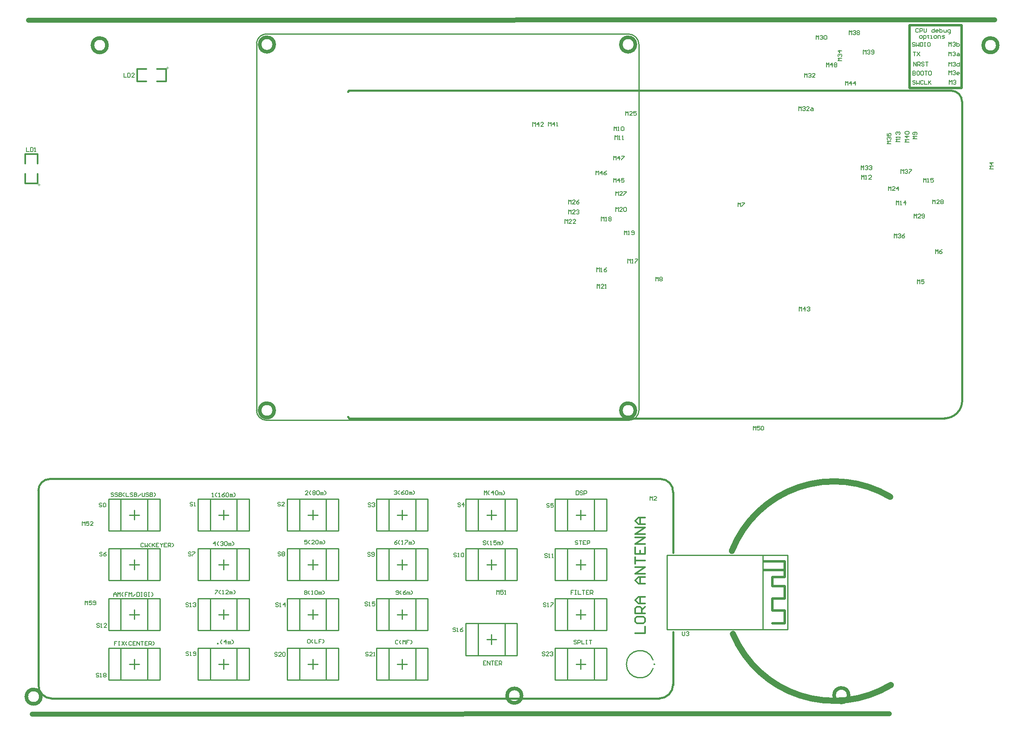
<source format=gto>
G04*
G04 #@! TF.GenerationSoftware,Altium Limited,Altium Designer,20.1.8 (145)*
G04*
G04 Layer_Color=52428*
%FSAX24Y24*%
%MOIN*%
G70*
G04*
G04 #@! TF.SameCoordinates,7D9F505B-2EBF-4E8E-82AC-92A1240CC430*
G04*
G04*
G04 #@! TF.FilePolarity,Positive*
G04*
G01*
G75*
%ADD10C,0.0315*%
%ADD11C,0.0100*%
%ADD12C,0.0500*%
%ADD13C,0.0150*%
%ADD14C,0.0098*%
%ADD15C,0.0200*%
%ADD16C,0.0040*%
%ADD17C,0.0120*%
%ADD18C,0.0394*%
%ADD19C,0.0080*%
%ADD20C,0.0140*%
D10*
X016707Y064685D02*
G03*
X016707Y064685I-000585J000000D01*
G01*
X088557D02*
G03*
X088557Y064685I-000585J000000D01*
G01*
X076529Y012238D02*
G03*
X076529Y012238I-000585J000000D01*
G01*
X050152Y012195D02*
G03*
X050152Y012195I-000585J000000D01*
G01*
X011372Y012116D02*
G03*
X011372Y012116I-000585J000000D01*
G01*
X059329Y035217D02*
G03*
X059329Y035217I-000585J000000D01*
G01*
X030194D02*
G03*
X030194Y035217I-000585J000000D01*
G01*
X059329Y064744D02*
G03*
X059329Y064744I-000585J000000D01*
G01*
X030194D02*
G03*
X030194Y064744I-000585J000000D01*
G01*
D11*
X028770Y035226D02*
G03*
X029567Y034419I000802J-000005D01*
G01*
X029675Y065591D02*
G03*
X028770Y064872I-000093J-000812D01*
G01*
X059616Y064754D02*
G03*
X058750Y065591I-000851J-000015D01*
G01*
X058809Y034419D02*
G03*
X059616Y035236I-000005J000812D01*
G01*
X060754Y015083D02*
G03*
X060754Y014386I-001046J-000349D01*
G01*
X029567Y034419D02*
X058809D01*
X029675Y065591D02*
X058750D01*
X059616Y035236D02*
Y064754D01*
X028770Y035226D02*
Y064872D01*
X071618Y017531D02*
Y023531D01*
X070709D02*
X071618D01*
X070296Y017531D02*
X071618D01*
X069609Y023531D02*
X069609Y017531D01*
X061869D02*
X069432D01*
X062469Y023531D02*
X068918D01*
X069432Y017531D02*
X070296D01*
X068918Y023531D02*
X070709D01*
X061869D02*
X062469D01*
X061869Y017531D02*
Y023531D01*
X019983Y025500D02*
Y028050D01*
X017823Y025510D02*
Y028060D01*
X018508Y026781D02*
X019295D01*
X018902Y026387D02*
Y027175D01*
X016833Y028070D02*
X020973D01*
X016833Y025500D02*
Y028070D01*
Y025500D02*
X020973D01*
Y028070D01*
X019983Y021487D02*
Y024037D01*
X017823Y021497D02*
Y024047D01*
X018508Y022768D02*
X019295D01*
X018902Y022374D02*
Y023161D01*
X016833Y024057D02*
X020973D01*
X016833Y021487D02*
Y024057D01*
Y021487D02*
X020973D01*
Y024057D01*
X019983Y017467D02*
Y020017D01*
X017823Y017477D02*
Y020027D01*
X018508Y018748D02*
X019295D01*
X018902Y018354D02*
Y019142D01*
X016833Y020037D02*
X020973D01*
X016833Y017467D02*
Y020037D01*
Y017467D02*
X020973D01*
Y020037D01*
X019983Y013457D02*
Y016007D01*
X017823Y013467D02*
Y016017D01*
X018508Y014738D02*
X019295D01*
X018902Y014344D02*
Y015132D01*
X016833Y016027D02*
X020973D01*
X016833Y013457D02*
Y016027D01*
Y013457D02*
X020973D01*
Y016027D01*
X027190Y025500D02*
Y028050D01*
X025030Y025510D02*
Y028060D01*
X025715Y026781D02*
X026502D01*
X026108Y026387D02*
Y027175D01*
X024040Y028070D02*
X028180D01*
X024040Y025500D02*
Y028070D01*
Y025500D02*
X028180D01*
Y028070D01*
X027190Y021487D02*
Y024037D01*
X025030Y021497D02*
Y024047D01*
X025715Y022768D02*
X026502D01*
X026108Y022374D02*
Y023161D01*
X024040Y024057D02*
X028180D01*
X024040Y021487D02*
Y024057D01*
Y021487D02*
X028180D01*
Y024057D01*
X027190Y017467D02*
Y020017D01*
X025030Y017477D02*
Y020027D01*
X025715Y018748D02*
X026502D01*
X026108Y018354D02*
Y019142D01*
X024040Y020037D02*
X028180D01*
X024040Y017467D02*
Y020037D01*
Y017467D02*
X028180D01*
Y020037D01*
X027190Y013457D02*
Y016007D01*
X025030Y013467D02*
Y016017D01*
X025715Y014738D02*
X026502D01*
X026108Y014344D02*
Y015132D01*
X024040Y016027D02*
X028180D01*
X024040Y013457D02*
Y016027D01*
Y013457D02*
X028180D01*
Y016027D01*
X034394Y025500D02*
Y028050D01*
X032234Y025510D02*
Y028060D01*
X032919Y026781D02*
X033707D01*
X033313Y026387D02*
Y027175D01*
X031244Y028070D02*
X035384D01*
X031244Y025500D02*
Y028070D01*
Y025500D02*
X035384D01*
Y028070D01*
X041599Y025500D02*
Y028050D01*
X039439Y025510D02*
Y028060D01*
X040124Y026781D02*
X040911D01*
X040518Y026387D02*
Y027175D01*
X038449Y028070D02*
X042589D01*
X038449Y025500D02*
Y028070D01*
Y025500D02*
X042589D01*
Y028070D01*
X048804Y025500D02*
Y028050D01*
X046644Y025510D02*
Y028060D01*
X047329Y026781D02*
X048116D01*
X047722Y026387D02*
Y027175D01*
X045654Y028070D02*
X049794D01*
X045654Y025500D02*
Y028070D01*
Y025500D02*
X049794D01*
Y028070D01*
X056009Y025500D02*
Y028050D01*
X053849Y025510D02*
Y028060D01*
X054533Y026781D02*
X055321D01*
X054927Y026387D02*
Y027175D01*
X052859Y028070D02*
X056999D01*
X052859Y025500D02*
Y028070D01*
Y025500D02*
X056999D01*
Y028070D01*
X034394Y021487D02*
Y024037D01*
X032234Y021497D02*
Y024047D01*
X032919Y022768D02*
X033707D01*
X033313Y022374D02*
Y023161D01*
X031244Y024057D02*
X035384D01*
X031244Y021487D02*
Y024057D01*
Y021487D02*
X035384D01*
Y024057D01*
X041599Y021487D02*
Y024037D01*
X039439Y021497D02*
Y024047D01*
X040124Y022768D02*
X040911D01*
X040518Y022374D02*
Y023161D01*
X038449Y024057D02*
X042589D01*
X038449Y021487D02*
Y024057D01*
Y021487D02*
X042589D01*
Y024057D01*
X048804Y021487D02*
Y024037D01*
X046644Y021497D02*
Y024047D01*
X047329Y022768D02*
X048116D01*
X047722Y022374D02*
Y023161D01*
X045654Y024057D02*
X049794D01*
X045654Y021487D02*
Y024057D01*
Y021487D02*
X049794D01*
Y024057D01*
X056009Y021487D02*
Y024037D01*
X053849Y021497D02*
Y024047D01*
X054533Y022768D02*
X055321D01*
X054927Y022374D02*
Y023161D01*
X052859Y024057D02*
X056999D01*
X052859Y021487D02*
Y024057D01*
Y021487D02*
X056999D01*
Y024057D01*
X034394Y017467D02*
Y020017D01*
X032234Y017477D02*
Y020027D01*
X032919Y018748D02*
X033707D01*
X033313Y018354D02*
Y019142D01*
X031244Y020037D02*
X035384D01*
X031244Y017467D02*
Y020037D01*
Y017467D02*
X035384D01*
Y020037D01*
X041599Y017467D02*
Y020017D01*
X039439Y017477D02*
Y020027D01*
X040124Y018748D02*
X040911D01*
X040518Y018354D02*
Y019142D01*
X038449Y020037D02*
X042589D01*
X038449Y017467D02*
Y020037D01*
Y017467D02*
X042589D01*
Y020037D01*
X048804Y015451D02*
Y018001D01*
X046644Y015461D02*
Y018011D01*
X047329Y016732D02*
X048116D01*
X047722Y016339D02*
Y017126D01*
X045654Y018021D02*
X049794D01*
X045654Y015451D02*
Y018021D01*
Y015451D02*
X049794D01*
Y018021D01*
X056009Y017467D02*
Y020017D01*
X053849Y017477D02*
Y020027D01*
X054533Y018748D02*
X055321D01*
X054927Y018354D02*
Y019142D01*
X052859Y020037D02*
X056999D01*
X052859Y017467D02*
Y020037D01*
Y017467D02*
X056999D01*
Y020037D01*
X034394Y013457D02*
Y016007D01*
X032234Y013467D02*
Y016017D01*
X032919Y014738D02*
X033707D01*
X033313Y014344D02*
Y015132D01*
X031244Y016027D02*
X035384D01*
X031244Y013457D02*
Y016027D01*
Y013457D02*
X035384D01*
Y016027D01*
X041599Y013457D02*
Y016007D01*
X039439Y013467D02*
Y016017D01*
X040124Y014738D02*
X040911D01*
X040518Y014344D02*
Y015132D01*
X038449Y016027D02*
X042589D01*
X038449Y013457D02*
Y016027D01*
Y013457D02*
X042589D01*
Y016027D01*
X056009Y013457D02*
Y016007D01*
X053849Y013467D02*
Y016017D01*
X054533Y014738D02*
X055321D01*
X054927Y014344D02*
Y015132D01*
X052859Y016027D02*
X056999D01*
X052859Y013457D02*
Y016027D01*
Y013457D02*
X056999D01*
Y016027D01*
D12*
X067200Y017180D02*
G03*
X079933Y013056I008155J003460D01*
G01*
X079887Y028241D02*
G03*
X067114Y023879I-004533J-007611D01*
G01*
D13*
X084282Y034577D02*
G03*
X085690Y036024I-000019J001428D01*
G01*
X085679Y060118D02*
G03*
X084813Y061020I-000884J000018D01*
G01*
X011181Y013081D02*
G03*
X012244Y011967I001063J-000049D01*
G01*
X012106Y029681D02*
G03*
X011170Y028745I000000J-000936D01*
G01*
X062367Y028591D02*
G03*
X061358Y029682I-001003J000084D01*
G01*
X061238Y011966D02*
G03*
X062369Y013097I000000J001131D01*
G01*
Y013071D02*
Y017333D01*
X036247Y034580D02*
X084275D01*
X036130Y034697D02*
X036247Y034580D01*
X036215Y061020D02*
X084795D01*
X036130Y060935D02*
X036215Y061020D01*
X085690Y035995D02*
Y060136D01*
X012244Y011968D02*
X061238Y011968D01*
X012106Y029685D02*
X061363D01*
X011171Y013081D02*
X011171Y028760D01*
X062369Y023720D02*
Y028593D01*
D14*
X060887Y014734D02*
G03*
X060887Y014734I-000029J000000D01*
G01*
D15*
X081441Y061226D02*
X085652D01*
X085652Y066299D01*
X081441Y061226D02*
Y066299D01*
X085652D01*
X069668Y022331D02*
X071368D01*
X070368Y021781D02*
X071368D01*
X070368Y021031D02*
X071368D01*
X070368Y020031D02*
X071368D01*
X070368Y019081D02*
X071368D01*
X070368Y018031D02*
X071368D01*
Y021781D02*
Y023031D01*
Y018581D02*
Y019081D01*
Y018031D02*
Y018781D01*
X069668Y023031D02*
X071368D01*
X070368Y019081D02*
Y020031D01*
X071368D02*
Y021031D01*
X070368D02*
Y021781D01*
D16*
X011212Y053327D02*
Y053527D01*
X011112Y053427D02*
X011312D01*
X021593Y062766D02*
Y062966D01*
X021493Y062866D02*
X021693D01*
D17*
X010110Y053535D02*
X011104D01*
X010110D02*
Y054285D01*
X011110Y053535D02*
Y054285D01*
Y055135D02*
Y055885D01*
X010110Y055135D02*
Y055885D01*
X011110D01*
X019134Y061764D02*
Y062764D01*
Y061764D02*
X019884D01*
X019134Y062764D02*
X019884D01*
X020734D02*
X021484D01*
X020734Y061764D02*
X021484D01*
Y062757D01*
D18*
X010364Y066703D02*
X088300Y066732D01*
X010669Y010709D02*
X079803Y010728D01*
D19*
X081711Y062589D02*
Y062269D01*
X081871D01*
X081924Y062322D01*
Y062375D01*
X081871Y062429D01*
X081711D01*
X081871D01*
X081924Y062482D01*
Y062535D01*
X081871Y062589D01*
X081711D01*
X082191D02*
X082084D01*
X082031Y062535D01*
Y062322D01*
X082084Y062269D01*
X082191D01*
X082244Y062322D01*
Y062535D01*
X082191Y062589D01*
X082511D02*
X082404D01*
X082351Y062535D01*
Y062322D01*
X082404Y062269D01*
X082511D01*
X082564Y062322D01*
Y062535D01*
X082511Y062589D01*
X082671D02*
X082884D01*
X082777D01*
Y062269D01*
X082991Y062535D02*
X083044Y062589D01*
X083151D01*
X083204Y062535D01*
Y062322D01*
X083151Y062269D01*
X083044D01*
X082991Y062322D01*
Y062535D01*
X081770Y063009D02*
Y063329D01*
X081983Y063009D01*
Y063329D01*
X082090Y063009D02*
Y063329D01*
X082250D01*
X082303Y063276D01*
Y063169D01*
X082250Y063116D01*
X082090D01*
X082196D02*
X082303Y063009D01*
X082623Y063276D02*
X082570Y063329D01*
X082463D01*
X082410Y063276D01*
Y063223D01*
X082463Y063169D01*
X082570D01*
X082623Y063116D01*
Y063063D01*
X082570Y063009D01*
X082463D01*
X082410Y063063D01*
X082730Y063329D02*
X082943D01*
X082836D01*
Y063009D01*
X081910Y061798D02*
X081857Y061851D01*
X081751D01*
X081697Y061798D01*
Y061745D01*
X081751Y061691D01*
X081857D01*
X081910Y061638D01*
Y061585D01*
X081857Y061531D01*
X081751D01*
X081697Y061585D01*
X082017Y061851D02*
Y061531D01*
X082124Y061638D01*
X082230Y061531D01*
Y061851D01*
X082550Y061798D02*
X082497Y061851D01*
X082390D01*
X082337Y061798D01*
Y061585D01*
X082390Y061531D01*
X082497D01*
X082550Y061585D01*
X082657Y061851D02*
Y061531D01*
X082870D01*
X082977Y061851D02*
Y061531D01*
Y061638D01*
X083190Y061851D01*
X083030Y061691D01*
X083190Y061531D01*
X081886Y064858D02*
X081833Y064911D01*
X081726D01*
X081673Y064858D01*
Y064805D01*
X081726Y064751D01*
X081833D01*
X081886Y064698D01*
Y064645D01*
X081833Y064591D01*
X081726D01*
X081673Y064645D01*
X081993Y064911D02*
Y064591D01*
X082100Y064698D01*
X082206Y064591D01*
Y064911D01*
X082313D02*
Y064591D01*
X082473D01*
X082526Y064645D01*
Y064858D01*
X082473Y064911D01*
X082313D01*
X082633D02*
X082739D01*
X082686D01*
Y064591D01*
X082633D01*
X082739D01*
X083059Y064911D02*
X082953D01*
X082899Y064858D01*
Y064645D01*
X082953Y064591D01*
X083059D01*
X083113Y064645D01*
Y064858D01*
X083059Y064911D01*
X081735Y064146D02*
X081949D01*
X081842D01*
Y063826D01*
X082055Y064146D02*
X082268Y063826D01*
Y064146D02*
X082055Y063826D01*
X082307Y065246D02*
X082414D01*
X082467Y065299D01*
Y065406D01*
X082414Y065459D01*
X082307D01*
X082254Y065406D01*
Y065299D01*
X082307Y065246D01*
X082574Y065139D02*
Y065459D01*
X082734D01*
X082787Y065406D01*
Y065299D01*
X082734Y065246D01*
X082574D01*
X082947Y065513D02*
Y065459D01*
X082894D01*
X083000D01*
X082947D01*
Y065299D01*
X083000Y065246D01*
X083160D02*
X083267D01*
X083214D01*
Y065459D01*
X083160D01*
X083480Y065246D02*
X083587D01*
X083640Y065299D01*
Y065406D01*
X083587Y065459D01*
X083480D01*
X083427Y065406D01*
Y065299D01*
X083480Y065246D01*
X083747D02*
Y065459D01*
X083907D01*
X083960Y065406D01*
Y065246D01*
X084067D02*
X084227D01*
X084280Y065299D01*
X084227Y065353D01*
X084120D01*
X084067Y065406D01*
X084120Y065459D01*
X084280D01*
X082172Y065985D02*
X082119Y066038D01*
X082012D01*
X081959Y065985D01*
Y065772D01*
X082012Y065718D01*
X082119D01*
X082172Y065772D01*
X082279Y065718D02*
Y066038D01*
X082439D01*
X082492Y065985D01*
Y065878D01*
X082439Y065825D01*
X082279D01*
X082598Y066038D02*
Y065772D01*
X082652Y065718D01*
X082758D01*
X082812Y065772D01*
Y066038D01*
X083452D02*
Y065718D01*
X083292D01*
X083238Y065772D01*
Y065878D01*
X083292Y065932D01*
X083452D01*
X083718Y065718D02*
X083611D01*
X083558Y065772D01*
Y065878D01*
X083611Y065932D01*
X083718D01*
X083771Y065878D01*
Y065825D01*
X083558D01*
X083878Y066038D02*
Y065718D01*
X084038D01*
X084091Y065772D01*
Y065825D01*
Y065878D01*
X084038Y065932D01*
X083878D01*
X084198D02*
Y065772D01*
X084251Y065718D01*
X084411D01*
Y065932D01*
X084624Y065612D02*
X084678D01*
X084731Y065665D01*
Y065932D01*
X084571D01*
X084518Y065878D01*
Y065772D01*
X084571Y065718D01*
X084731D01*
X025190Y028240D02*
X025297D01*
X025243D01*
Y028560D01*
X025190Y028507D01*
X025563Y028240D02*
X025457Y028347D01*
Y028453D01*
X025563Y028560D01*
X025723Y028240D02*
X025830D01*
X025776D01*
Y028560D01*
X025723Y028507D01*
X026203Y028560D02*
X026096Y028507D01*
X025990Y028400D01*
Y028293D01*
X026043Y028240D01*
X026150D01*
X026203Y028293D01*
Y028347D01*
X026150Y028400D01*
X025990D01*
X026310Y028507D02*
X026363Y028560D01*
X026470D01*
X026523Y028507D01*
Y028293D01*
X026470Y028240D01*
X026363D01*
X026310Y028293D01*
Y028507D01*
X026630Y028240D02*
Y028453D01*
X026683D01*
X026736Y028400D01*
Y028240D01*
Y028400D01*
X026789Y028453D01*
X026843Y028400D01*
Y028240D01*
X026949D02*
X027056Y028347D01*
Y028453D01*
X026949Y028560D01*
X014723Y025926D02*
Y026245D01*
X014830Y026139D01*
X014937Y026245D01*
Y025926D01*
X015256Y026245D02*
X015043D01*
Y026085D01*
X015150Y026139D01*
X015203D01*
X015256Y026085D01*
Y025979D01*
X015203Y025926D01*
X015097D01*
X015043Y025979D01*
X015576Y025926D02*
X015363D01*
X015576Y026139D01*
Y026192D01*
X015523Y026245D01*
X015416D01*
X015363Y026192D01*
X081399Y056870D02*
X081079D01*
X081185Y056976D01*
X081079Y057083D01*
X081399D01*
Y057350D02*
X081079D01*
X081239Y057190D01*
Y057403D01*
X081132Y057510D02*
X081079Y057563D01*
Y057669D01*
X081132Y057723D01*
X081345D01*
X081399Y057669D01*
Y057563D01*
X081345Y057510D01*
X081132D01*
X084619Y062304D02*
Y062624D01*
X084726Y062517D01*
X084832Y062624D01*
Y062304D01*
X084939Y062570D02*
X084992Y062624D01*
X085099D01*
X085152Y062570D01*
Y062517D01*
X085099Y062464D01*
X085046D01*
X085099D01*
X085152Y062410D01*
Y062357D01*
X085099Y062304D01*
X084992D01*
X084939Y062357D01*
X085419Y062304D02*
X085312D01*
X085259Y062357D01*
Y062464D01*
X085312Y062517D01*
X085419D01*
X085472Y062464D01*
Y062410D01*
X085259D01*
X084620Y062994D02*
Y063314D01*
X084727Y063208D01*
X084834Y063314D01*
Y062994D01*
X084940Y063261D02*
X084994Y063314D01*
X085100D01*
X085154Y063261D01*
Y063208D01*
X085100Y063154D01*
X085047D01*
X085100D01*
X085154Y063101D01*
Y063048D01*
X085100Y062994D01*
X084994D01*
X084940Y063048D01*
X085473Y063314D02*
Y062994D01*
X085314D01*
X085260Y063048D01*
Y063154D01*
X085314Y063208D01*
X085473D01*
X084653Y061536D02*
Y061856D01*
X084759Y061749D01*
X084866Y061856D01*
Y061536D01*
X084973Y061802D02*
X085026Y061856D01*
X085133D01*
X085186Y061802D01*
Y061749D01*
X085133Y061696D01*
X085079D01*
X085133D01*
X085186Y061642D01*
Y061589D01*
X085133Y061536D01*
X085026D01*
X084973Y061589D01*
X084612Y064599D02*
Y064919D01*
X084719Y064812D01*
X084826Y064919D01*
Y064599D01*
X084932Y064866D02*
X084986Y064919D01*
X085092D01*
X085146Y064866D01*
Y064812D01*
X085092Y064759D01*
X085039D01*
X085092D01*
X085146Y064706D01*
Y064652D01*
X085092Y064599D01*
X084986D01*
X084932Y064652D01*
X085252Y064919D02*
Y064599D01*
X085412D01*
X085465Y064652D01*
Y064706D01*
Y064759D01*
X085412Y064812D01*
X085252D01*
X084611Y063831D02*
Y064151D01*
X084717Y064045D01*
X084824Y064151D01*
Y063831D01*
X084930Y064098D02*
X084984Y064151D01*
X085090D01*
X085144Y064098D01*
Y064045D01*
X085090Y063991D01*
X085037D01*
X085090D01*
X085144Y063938D01*
Y063885D01*
X085090Y063831D01*
X084984D01*
X084930Y063885D01*
X085304Y064045D02*
X085410D01*
X085464Y063991D01*
Y063831D01*
X085304D01*
X085250Y063885D01*
X085304Y063938D01*
X085464D01*
X014943Y019529D02*
Y019848D01*
X015049Y019742D01*
X015156Y019848D01*
Y019529D01*
X015476Y019848D02*
X015263D01*
Y019689D01*
X015369Y019742D01*
X015422D01*
X015476Y019689D01*
Y019582D01*
X015422Y019529D01*
X015316D01*
X015263Y019582D01*
X015582D02*
X015636Y019529D01*
X015742D01*
X015796Y019582D01*
Y019795D01*
X015742Y019848D01*
X015636D01*
X015582Y019795D01*
Y019742D01*
X015636Y019689D01*
X015796D01*
X057574Y055421D02*
Y055741D01*
X057681Y055634D01*
X057788Y055741D01*
Y055421D01*
X058054D02*
Y055741D01*
X057894Y055581D01*
X058108D01*
X058214Y055741D02*
X058428D01*
Y055687D01*
X058214Y055474D01*
Y055421D01*
X056149Y054220D02*
Y054540D01*
X056255Y054433D01*
X056362Y054540D01*
Y054220D01*
X056629D02*
Y054540D01*
X056469Y054380D01*
X056682D01*
X057002Y054540D02*
X056895Y054487D01*
X056789Y054380D01*
Y054273D01*
X056842Y054220D01*
X056949D01*
X057002Y054273D01*
Y054327D01*
X056949Y054380D01*
X056789D01*
X057565Y053618D02*
Y053938D01*
X057672Y053831D01*
X057779Y053938D01*
Y053618D01*
X058045D02*
Y053938D01*
X057885Y053778D01*
X058098D01*
X058418Y053938D02*
X058205D01*
Y053778D01*
X058312Y053831D01*
X058365D01*
X058418Y053778D01*
Y053671D01*
X058365Y053618D01*
X058258D01*
X058205Y053671D01*
X068828Y033631D02*
Y033951D01*
X068934Y033844D01*
X069041Y033951D01*
Y033631D01*
X069361Y033951D02*
X069147D01*
Y033791D01*
X069254Y033844D01*
X069307D01*
X069361Y033791D01*
Y033684D01*
X069307Y033631D01*
X069201D01*
X069147Y033684D01*
X069467Y033898D02*
X069521Y033951D01*
X069627D01*
X069681Y033898D01*
Y033684D01*
X069627Y033631D01*
X069521D01*
X069467Y033684D01*
Y033898D01*
X051060Y058147D02*
Y058467D01*
X051166Y058360D01*
X051273Y058467D01*
Y058147D01*
X051540D02*
Y058467D01*
X051380Y058307D01*
X051593D01*
X051913Y058147D02*
X051699D01*
X051913Y058360D01*
Y058414D01*
X051859Y058467D01*
X051753D01*
X051699Y058414D01*
X052324Y058157D02*
Y058477D01*
X052430Y058370D01*
X052537Y058477D01*
Y058157D01*
X052803D02*
Y058477D01*
X052644Y058317D01*
X052857D01*
X052963Y058157D02*
X053070D01*
X053017D01*
Y058477D01*
X052963Y058424D01*
X076265Y061452D02*
Y061772D01*
X076372Y061666D01*
X076478Y061772D01*
Y061452D01*
X076745D02*
Y061772D01*
X076585Y061612D01*
X076798D01*
X077065Y061452D02*
Y061772D01*
X076905Y061612D01*
X077118D01*
X081802Y050736D02*
Y051056D01*
X081909Y050949D01*
X082015Y051056D01*
Y050736D01*
X082335D02*
X082122D01*
X082335Y050949D01*
Y051003D01*
X082282Y051056D01*
X082175D01*
X082122Y051003D01*
X082442Y050790D02*
X082495Y050736D01*
X082602D01*
X082655Y050790D01*
Y051003D01*
X082602Y051056D01*
X082495D01*
X082442Y051003D01*
Y050949D01*
X082495Y050896D01*
X082655D01*
X083314Y051887D02*
Y052207D01*
X083420Y052101D01*
X083527Y052207D01*
Y051887D01*
X083847D02*
X083634D01*
X083847Y052101D01*
Y052154D01*
X083793Y052207D01*
X083687D01*
X083634Y052154D01*
X083953D02*
X084007Y052207D01*
X084113D01*
X084167Y052154D01*
Y052101D01*
X084113Y052047D01*
X084167Y051994D01*
Y051941D01*
X084113Y051887D01*
X084007D01*
X083953Y051941D01*
Y051994D01*
X084007Y052047D01*
X083953Y052101D01*
Y052154D01*
X084007Y052047D02*
X084113D01*
X079740Y052956D02*
Y053276D01*
X079846Y053169D01*
X079953Y053276D01*
Y052956D01*
X080273D02*
X080059D01*
X080273Y053169D01*
Y053223D01*
X080219Y053276D01*
X080113D01*
X080059Y053223D01*
X080539Y052956D02*
Y053276D01*
X080379Y053116D01*
X080593D01*
X060495Y027954D02*
Y028274D01*
X060601Y028168D01*
X060708Y028274D01*
Y027954D01*
X061028D02*
X060815D01*
X061028Y028168D01*
Y028221D01*
X060975Y028274D01*
X060868D01*
X060815Y028221D01*
X010217Y056430D02*
Y056110D01*
X010431D01*
X010537Y056430D02*
Y056110D01*
X010697D01*
X010750Y056163D01*
Y056376D01*
X010697Y056430D01*
X010537D01*
X010857Y056110D02*
X010964D01*
X010910D01*
Y056430D01*
X010857Y056376D01*
X063109Y017370D02*
Y017103D01*
X063163Y017050D01*
X063269D01*
X063323Y017103D01*
Y017370D01*
X063429Y017317D02*
X063483Y017370D01*
X063589D01*
X063643Y017317D01*
Y017263D01*
X063589Y017210D01*
X063536D01*
X063589D01*
X063643Y017157D01*
Y017103D01*
X063589Y017050D01*
X063483D01*
X063429Y017103D01*
X082573Y053629D02*
Y053949D01*
X082679Y053843D01*
X082786Y053949D01*
Y053629D01*
X082892D02*
X082999D01*
X082946D01*
Y053949D01*
X082892Y053896D01*
X083372Y053949D02*
X083159D01*
Y053789D01*
X083266Y053843D01*
X083319D01*
X083372Y053789D01*
Y053683D01*
X083319Y053629D01*
X083212D01*
X083159Y053683D01*
X058542Y059028D02*
Y059348D01*
X058649Y059242D01*
X058756Y059348D01*
Y059028D01*
X059075D02*
X058862D01*
X059075Y059242D01*
Y059295D01*
X059022Y059348D01*
X058916D01*
X058862Y059295D01*
X059395Y059348D02*
X059182D01*
Y059188D01*
X059289Y059242D01*
X059342D01*
X059395Y059188D01*
Y059082D01*
X059342Y059028D01*
X059235D01*
X059182Y059082D01*
X053931Y051072D02*
Y051392D01*
X054038Y051285D01*
X054144Y051392D01*
Y051072D01*
X054464D02*
X054251D01*
X054464Y051285D01*
Y051338D01*
X054411Y051392D01*
X054304D01*
X054251Y051338D01*
X054571D02*
X054624Y051392D01*
X054731D01*
X054784Y051338D01*
Y051285D01*
X054731Y051232D01*
X054678D01*
X054731D01*
X054784Y051178D01*
Y051125D01*
X054731Y051072D01*
X054624D01*
X054571Y051125D01*
X053660Y050312D02*
Y050632D01*
X053767Y050526D01*
X053873Y050632D01*
Y050312D01*
X054193D02*
X053980D01*
X054193Y050526D01*
Y050579D01*
X054140Y050632D01*
X054033D01*
X053980Y050579D01*
X054513Y050312D02*
X054300D01*
X054513Y050526D01*
Y050579D01*
X054460Y050632D01*
X054353D01*
X054300Y050579D01*
X056241Y045078D02*
Y045398D01*
X056348Y045291D01*
X056454Y045398D01*
Y045078D01*
X056774D02*
X056561D01*
X056774Y045291D01*
Y045344D01*
X056721Y045398D01*
X056614D01*
X056561Y045344D01*
X056881Y045078D02*
X056987D01*
X056934D01*
Y045398D01*
X056881Y045344D01*
X057753Y052557D02*
Y052876D01*
X057859Y052770D01*
X057966Y052876D01*
Y052557D01*
X058286D02*
X058073D01*
X058286Y052770D01*
Y052823D01*
X058232Y052876D01*
X058126D01*
X058073Y052823D01*
X058392Y052876D02*
X058606D01*
Y052823D01*
X058392Y052610D01*
Y052557D01*
X053936Y051879D02*
Y052199D01*
X054043Y052092D01*
X054149Y052199D01*
Y051879D01*
X054469D02*
X054256D01*
X054469Y052092D01*
Y052146D01*
X054416Y052199D01*
X054309D01*
X054256Y052146D01*
X054789Y052199D02*
X054682Y052146D01*
X054576Y052039D01*
Y051933D01*
X054629Y051879D01*
X054736D01*
X054789Y051933D01*
Y051986D01*
X054736Y052039D01*
X054576D01*
X057749Y051277D02*
Y051597D01*
X057855Y051490D01*
X057962Y051597D01*
Y051277D01*
X058282D02*
X058068D01*
X058282Y051490D01*
Y051543D01*
X058228Y051597D01*
X058122D01*
X058068Y051543D01*
X058388D02*
X058442Y051597D01*
X058548D01*
X058602Y051543D01*
Y051330D01*
X058548Y051277D01*
X058442D01*
X058388Y051330D01*
Y051543D01*
X058429Y049397D02*
Y049717D01*
X058535Y049610D01*
X058642Y049717D01*
Y049397D01*
X058749D02*
X058855D01*
X058802D01*
Y049717D01*
X058749Y049664D01*
X059015Y049450D02*
X059069Y049397D01*
X059175D01*
X059229Y049450D01*
Y049664D01*
X059175Y049717D01*
X059069D01*
X059015Y049664D01*
Y049610D01*
X059069Y049557D01*
X059229D01*
X056589Y050512D02*
Y050832D01*
X056695Y050726D01*
X056802Y050832D01*
Y050512D01*
X056909D02*
X057015D01*
X056962D01*
Y050832D01*
X056909Y050779D01*
X057175D02*
X057229Y050832D01*
X057335D01*
X057389Y050779D01*
Y050726D01*
X057335Y050672D01*
X057389Y050619D01*
Y050566D01*
X057335Y050512D01*
X057229D01*
X057175Y050566D01*
Y050619D01*
X057229Y050672D01*
X057175Y050726D01*
Y050779D01*
X057229Y050672D02*
X057335D01*
X058725Y047108D02*
Y047427D01*
X058832Y047321D01*
X058939Y047427D01*
Y047108D01*
X059045D02*
X059152D01*
X059099D01*
Y047427D01*
X059045Y047374D01*
X059312Y047427D02*
X059525D01*
Y047374D01*
X059312Y047161D01*
Y047108D01*
X056214Y046405D02*
Y046725D01*
X056321Y046618D01*
X056428Y046725D01*
Y046405D01*
X056534D02*
X056641D01*
X056588D01*
Y046725D01*
X056534Y046672D01*
X057014Y046725D02*
X056907Y046672D01*
X056801Y046565D01*
Y046458D01*
X056854Y046405D01*
X056961D01*
X057014Y046458D01*
Y046512D01*
X056961Y046565D01*
X056801D01*
X076562Y065542D02*
Y065862D01*
X076668Y065755D01*
X076775Y065862D01*
Y065542D01*
X076882Y065809D02*
X076935Y065862D01*
X077042D01*
X077095Y065809D01*
Y065755D01*
X077042Y065702D01*
X076988D01*
X077042D01*
X077095Y065649D01*
Y065595D01*
X077042Y065542D01*
X076935D01*
X076882Y065595D01*
X077202Y065809D02*
X077255Y065862D01*
X077362D01*
X077415Y065809D01*
Y065755D01*
X077362Y065702D01*
X077415Y065649D01*
Y065595D01*
X077362Y065542D01*
X077255D01*
X077202Y065595D01*
Y065649D01*
X077255Y065702D01*
X077202Y065755D01*
Y065809D01*
X077255Y065702D02*
X077362D01*
X072546Y043248D02*
Y043567D01*
X072652Y043461D01*
X072759Y043567D01*
Y043248D01*
X073025D02*
Y043567D01*
X072865Y043407D01*
X073079D01*
X073185Y043514D02*
X073239Y043567D01*
X073345D01*
X073399Y043514D01*
Y043461D01*
X073345Y043407D01*
X073292D01*
X073345D01*
X073399Y043354D01*
Y043301D01*
X073345Y043248D01*
X073239D01*
X073185Y043301D01*
X077723Y063978D02*
Y064297D01*
X077829Y064191D01*
X077936Y064297D01*
Y063978D01*
X078043Y064244D02*
X078096Y064297D01*
X078203D01*
X078256Y064244D01*
Y064191D01*
X078203Y064137D01*
X078149D01*
X078203D01*
X078256Y064084D01*
Y064031D01*
X078203Y063978D01*
X078096D01*
X078043Y064031D01*
X078363D02*
X078416Y063978D01*
X078522D01*
X078576Y064031D01*
Y064244D01*
X078522Y064297D01*
X078416D01*
X078363Y064244D01*
Y064191D01*
X078416Y064137D01*
X078576D01*
X075987Y063436D02*
X075667D01*
X075773Y063543D01*
X075667Y063649D01*
X075987D01*
X075720Y063756D02*
X075667Y063809D01*
Y063916D01*
X075720Y063969D01*
X075773D01*
X075827Y063916D01*
Y063863D01*
Y063916D01*
X075880Y063969D01*
X075933D01*
X075987Y063916D01*
Y063809D01*
X075933Y063756D01*
X075987Y064236D02*
X075667D01*
X075827Y064076D01*
Y064289D01*
X080378Y051816D02*
Y052136D01*
X080485Y052029D01*
X080592Y052136D01*
Y051816D01*
X080698D02*
X080805D01*
X080752D01*
Y052136D01*
X080698Y052083D01*
X081125Y051816D02*
Y052136D01*
X080965Y051976D01*
X081178D01*
X088221Y054716D02*
X087902D01*
X088008Y054822D01*
X087902Y054929D01*
X088221D01*
Y055196D02*
X087902D01*
X088062Y055036D01*
Y055249D01*
X023623Y027757D02*
X023570Y027810D01*
X023463D01*
X023410Y027757D01*
Y027703D01*
X023463Y027650D01*
X023570D01*
X023623Y027597D01*
Y027543D01*
X023570Y027490D01*
X023463D01*
X023410Y027543D01*
X023730Y027490D02*
X023837D01*
X023783D01*
Y027810D01*
X023730Y027757D01*
X016293Y027687D02*
X016240Y027740D01*
X016133D01*
X016080Y027687D01*
Y027633D01*
X016133Y027580D01*
X016240D01*
X016293Y027527D01*
Y027473D01*
X016240Y027420D01*
X016133D01*
X016080Y027473D01*
X016400Y027687D02*
X016453Y027740D01*
X016560D01*
X016613Y027687D01*
Y027473D01*
X016560Y027420D01*
X016453D01*
X016400Y027473D01*
Y027687D01*
X017243Y028527D02*
X017190Y028580D01*
X017083D01*
X017030Y028527D01*
Y028473D01*
X017083Y028420D01*
X017190D01*
X017243Y028367D01*
Y028313D01*
X017190Y028260D01*
X017083D01*
X017030Y028313D01*
X017563Y028527D02*
X017510Y028580D01*
X017403D01*
X017350Y028527D01*
Y028473D01*
X017403Y028420D01*
X017510D01*
X017563Y028367D01*
Y028313D01*
X017510Y028260D01*
X017403D01*
X017350Y028313D01*
X017670Y028580D02*
Y028260D01*
X017830D01*
X017883Y028313D01*
Y028367D01*
X017830Y028420D01*
X017670D01*
X017830D01*
X017883Y028473D01*
Y028527D01*
X017830Y028580D01*
X017670D01*
X018096Y028260D02*
X017990Y028367D01*
Y028473D01*
X018096Y028580D01*
X018256D02*
Y028260D01*
X018470D01*
X018789Y028527D02*
X018736Y028580D01*
X018629D01*
X018576Y028527D01*
Y028473D01*
X018629Y028420D01*
X018736D01*
X018789Y028367D01*
Y028313D01*
X018736Y028260D01*
X018629D01*
X018576Y028313D01*
X018896Y028580D02*
Y028260D01*
X019056D01*
X019109Y028313D01*
Y028367D01*
X019056Y028420D01*
X018896D01*
X019056D01*
X019109Y028473D01*
Y028527D01*
X019056Y028580D01*
X018896D01*
X019216Y028260D02*
X019429Y028473D01*
X019536Y028580D02*
Y028313D01*
X019589Y028260D01*
X019696D01*
X019749Y028313D01*
Y028580D01*
X020069Y028527D02*
X020016Y028580D01*
X019909D01*
X019856Y028527D01*
Y028473D01*
X019909Y028420D01*
X020016D01*
X020069Y028367D01*
Y028313D01*
X020016Y028260D01*
X019909D01*
X019856Y028313D01*
X020176Y028580D02*
Y028260D01*
X020336D01*
X020389Y028313D01*
Y028367D01*
X020336Y028420D01*
X020176D01*
X020336D01*
X020389Y028473D01*
Y028527D01*
X020336Y028580D01*
X020176D01*
X020496Y028260D02*
X020602Y028367D01*
Y028473D01*
X020496Y028580D01*
X030703Y027756D02*
X030650Y027810D01*
X030543D01*
X030490Y027756D01*
Y027703D01*
X030543Y027650D01*
X030650D01*
X030703Y027596D01*
Y027543D01*
X030650Y027490D01*
X030543D01*
X030490Y027543D01*
X031023Y027490D02*
X030810D01*
X031023Y027703D01*
Y027756D01*
X030970Y027810D01*
X030863D01*
X030810Y027756D01*
X032923Y028400D02*
X032710D01*
X032923Y028613D01*
Y028667D01*
X032870Y028720D01*
X032763D01*
X032710Y028667D01*
X033137Y028400D02*
X033030Y028507D01*
Y028613D01*
X033137Y028720D01*
X033296Y028667D02*
X033350Y028720D01*
X033456D01*
X033510Y028667D01*
Y028613D01*
X033456Y028560D01*
X033510Y028507D01*
Y028453D01*
X033456Y028400D01*
X033350D01*
X033296Y028453D01*
Y028507D01*
X033350Y028560D01*
X033296Y028613D01*
Y028667D01*
X033350Y028560D02*
X033456D01*
X033616Y028667D02*
X033670Y028720D01*
X033776D01*
X033830Y028667D01*
Y028453D01*
X033776Y028400D01*
X033670D01*
X033616Y028453D01*
Y028667D01*
X033936Y028400D02*
Y028613D01*
X033990D01*
X034043Y028560D01*
Y028400D01*
Y028560D01*
X034096Y028613D01*
X034150Y028560D01*
Y028400D01*
X034256D02*
X034363Y028507D01*
Y028613D01*
X034256Y028720D01*
X037983Y027707D02*
X037930Y027760D01*
X037823D01*
X037770Y027707D01*
Y027653D01*
X037823Y027600D01*
X037930D01*
X037983Y027547D01*
Y027493D01*
X037930Y027440D01*
X037823D01*
X037770Y027493D01*
X038090Y027707D02*
X038143Y027760D01*
X038250D01*
X038303Y027707D01*
Y027653D01*
X038250Y027600D01*
X038197D01*
X038250D01*
X038303Y027547D01*
Y027493D01*
X038250Y027440D01*
X038143D01*
X038090Y027493D01*
X039870Y028687D02*
X039923Y028740D01*
X040030D01*
X040083Y028687D01*
Y028633D01*
X040030Y028580D01*
X039977D01*
X040030D01*
X040083Y028527D01*
Y028473D01*
X040030Y028420D01*
X039923D01*
X039870Y028473D01*
X040297Y028420D02*
X040190Y028527D01*
Y028633D01*
X040297Y028740D01*
X040670D02*
X040563Y028687D01*
X040456Y028580D01*
Y028473D01*
X040510Y028420D01*
X040616D01*
X040670Y028473D01*
Y028527D01*
X040616Y028580D01*
X040456D01*
X040776Y028687D02*
X040830Y028740D01*
X040936D01*
X040990Y028687D01*
Y028473D01*
X040936Y028420D01*
X040830D01*
X040776Y028473D01*
Y028687D01*
X041096Y028420D02*
Y028633D01*
X041150D01*
X041203Y028580D01*
Y028420D01*
Y028580D01*
X041256Y028633D01*
X041310Y028580D01*
Y028420D01*
X041416D02*
X041523Y028527D01*
Y028633D01*
X041416Y028740D01*
X045223Y027717D02*
X045170Y027770D01*
X045063D01*
X045010Y027717D01*
Y027663D01*
X045063Y027610D01*
X045170D01*
X045223Y027557D01*
Y027503D01*
X045170Y027450D01*
X045063D01*
X045010Y027503D01*
X045490Y027450D02*
Y027770D01*
X045330Y027610D01*
X045543D01*
X047130Y028400D02*
Y028720D01*
X047237Y028613D01*
X047343Y028720D01*
Y028400D01*
X047557D02*
X047450Y028507D01*
Y028613D01*
X047557Y028720D01*
X047876Y028400D02*
Y028720D01*
X047716Y028560D01*
X047930D01*
X048036Y028667D02*
X048090Y028720D01*
X048196D01*
X048250Y028667D01*
Y028453D01*
X048196Y028400D01*
X048090D01*
X048036Y028453D01*
Y028667D01*
X048356Y028400D02*
Y028613D01*
X048410D01*
X048463Y028560D01*
Y028400D01*
Y028560D01*
X048516Y028613D01*
X048570Y028560D01*
Y028400D01*
X048676D02*
X048783Y028507D01*
Y028613D01*
X048676Y028720D01*
X052393Y027657D02*
X052340Y027710D01*
X052233D01*
X052180Y027657D01*
Y027603D01*
X052233Y027550D01*
X052340D01*
X052393Y027497D01*
Y027443D01*
X052340Y027390D01*
X052233D01*
X052180Y027443D01*
X052713Y027710D02*
X052500D01*
Y027550D01*
X052607Y027603D01*
X052660D01*
X052713Y027550D01*
Y027443D01*
X052660Y027390D01*
X052553D01*
X052500Y027443D01*
X054550Y028720D02*
Y028400D01*
X054710D01*
X054763Y028453D01*
Y028667D01*
X054710Y028720D01*
X054550D01*
X055083Y028667D02*
X055030Y028720D01*
X054923D01*
X054870Y028667D01*
Y028613D01*
X054923Y028560D01*
X055030D01*
X055083Y028507D01*
Y028453D01*
X055030Y028400D01*
X054923D01*
X054870Y028453D01*
X055190Y028400D02*
Y028720D01*
X055350D01*
X055403Y028667D01*
Y028560D01*
X055350Y028507D01*
X055190D01*
X023483Y023743D02*
X023430Y023796D01*
X023323D01*
X023270Y023743D01*
Y023690D01*
X023323Y023636D01*
X023430D01*
X023483Y023583D01*
Y023530D01*
X023430Y023476D01*
X023323D01*
X023270Y023530D01*
X023590Y023796D02*
X023803D01*
Y023743D01*
X023590Y023530D01*
Y023476D01*
X025440Y024300D02*
Y024620D01*
X025280Y024460D01*
X025493D01*
X025707Y024300D02*
X025600Y024407D01*
Y024513D01*
X025707Y024620D01*
X025866Y024567D02*
X025920Y024620D01*
X026026D01*
X026080Y024567D01*
Y024513D01*
X026026Y024460D01*
X025973D01*
X026026D01*
X026080Y024407D01*
Y024353D01*
X026026Y024300D01*
X025920D01*
X025866Y024353D01*
X026186Y024567D02*
X026240Y024620D01*
X026346D01*
X026400Y024567D01*
Y024353D01*
X026346Y024300D01*
X026240D01*
X026186Y024353D01*
Y024567D01*
X026506Y024300D02*
Y024513D01*
X026560D01*
X026613Y024460D01*
Y024300D01*
Y024460D01*
X026666Y024513D01*
X026720Y024460D01*
Y024300D01*
X026826D02*
X026933Y024407D01*
Y024513D01*
X026826Y024620D01*
X030713Y023737D02*
X030660Y023790D01*
X030553D01*
X030500Y023737D01*
Y023683D01*
X030553Y023630D01*
X030660D01*
X030713Y023577D01*
Y023523D01*
X030660Y023470D01*
X030553D01*
X030500Y023523D01*
X030820Y023737D02*
X030873Y023790D01*
X030980D01*
X031033Y023737D01*
Y023683D01*
X030980Y023630D01*
X031033Y023577D01*
Y023523D01*
X030980Y023470D01*
X030873D01*
X030820Y023523D01*
Y023577D01*
X030873Y023630D01*
X030820Y023683D01*
Y023737D01*
X030873Y023630D02*
X030980D01*
X032853Y024750D02*
X032640D01*
Y024590D01*
X032747Y024643D01*
X032800D01*
X032853Y024590D01*
Y024483D01*
X032800Y024430D01*
X032693D01*
X032640Y024483D01*
X033067Y024430D02*
X032960Y024537D01*
Y024643D01*
X033067Y024750D01*
X033440Y024430D02*
X033226D01*
X033440Y024643D01*
Y024697D01*
X033386Y024750D01*
X033280D01*
X033226Y024697D01*
X033546D02*
X033600Y024750D01*
X033706D01*
X033760Y024697D01*
Y024483D01*
X033706Y024430D01*
X033600D01*
X033546Y024483D01*
Y024697D01*
X033866Y024430D02*
Y024643D01*
X033920D01*
X033973Y024590D01*
Y024430D01*
Y024590D01*
X034026Y024643D01*
X034080Y024590D01*
Y024430D01*
X034186D02*
X034293Y024537D01*
Y024643D01*
X034186Y024750D01*
X037943Y023717D02*
X037890Y023770D01*
X037783D01*
X037730Y023717D01*
Y023663D01*
X037783Y023610D01*
X037890D01*
X037943Y023557D01*
Y023503D01*
X037890Y023450D01*
X037783D01*
X037730Y023503D01*
X038050D02*
X038103Y023450D01*
X038210D01*
X038263Y023503D01*
Y023717D01*
X038210Y023770D01*
X038103D01*
X038050Y023717D01*
Y023663D01*
X038103Y023610D01*
X038263D01*
X040113Y024720D02*
X040007Y024667D01*
X039900Y024560D01*
Y024453D01*
X039953Y024400D01*
X040060D01*
X040113Y024453D01*
Y024507D01*
X040060Y024560D01*
X039900D01*
X040327Y024400D02*
X040220Y024507D01*
Y024613D01*
X040327Y024720D01*
X040486Y024400D02*
X040593D01*
X040540D01*
Y024720D01*
X040486Y024667D01*
X040753Y024720D02*
X040966D01*
Y024667D01*
X040753Y024453D01*
Y024400D01*
X041073D02*
Y024613D01*
X041126D01*
X041180Y024560D01*
Y024400D01*
Y024560D01*
X041233Y024613D01*
X041286Y024560D01*
Y024400D01*
X041393D02*
X041499Y024507D01*
Y024613D01*
X041393Y024720D01*
X044903Y023657D02*
X044850Y023710D01*
X044743D01*
X044690Y023657D01*
Y023603D01*
X044743Y023550D01*
X044850D01*
X044903Y023497D01*
Y023443D01*
X044850Y023390D01*
X044743D01*
X044690Y023443D01*
X045010Y023390D02*
X045117D01*
X045063D01*
Y023710D01*
X045010Y023657D01*
X045276D02*
X045330Y023710D01*
X045436D01*
X045490Y023657D01*
Y023443D01*
X045436Y023390D01*
X045330D01*
X045276Y023443D01*
Y023657D01*
X047263Y024647D02*
X047210Y024700D01*
X047103D01*
X047050Y024647D01*
Y024593D01*
X047103Y024540D01*
X047210D01*
X047263Y024487D01*
Y024433D01*
X047210Y024380D01*
X047103D01*
X047050Y024433D01*
X047477Y024380D02*
X047370Y024487D01*
Y024593D01*
X047477Y024700D01*
X047636Y024380D02*
X047743D01*
X047690D01*
Y024700D01*
X047636Y024647D01*
X048116Y024700D02*
X047903D01*
Y024540D01*
X048010Y024593D01*
X048063D01*
X048116Y024540D01*
Y024433D01*
X048063Y024380D01*
X047956D01*
X047903Y024433D01*
X048223Y024380D02*
Y024593D01*
X048276D01*
X048330Y024540D01*
Y024380D01*
Y024540D01*
X048383Y024593D01*
X048436Y024540D01*
Y024380D01*
X048543D02*
X048649Y024487D01*
Y024593D01*
X048543Y024700D01*
X052233Y023617D02*
X052180Y023670D01*
X052073D01*
X052020Y023617D01*
Y023563D01*
X052073Y023510D01*
X052180D01*
X052233Y023457D01*
Y023403D01*
X052180Y023350D01*
X052073D01*
X052020Y023403D01*
X052340Y023350D02*
X052447D01*
X052393D01*
Y023670D01*
X052340Y023617D01*
X052606Y023350D02*
X052713D01*
X052660D01*
Y023670D01*
X052606Y023617D01*
X054693Y024657D02*
X054640Y024710D01*
X054533D01*
X054480Y024657D01*
Y024603D01*
X054533Y024550D01*
X054640D01*
X054693Y024497D01*
Y024443D01*
X054640Y024390D01*
X054533D01*
X054480Y024443D01*
X054800Y024710D02*
X055013D01*
X054907D01*
Y024390D01*
X055333Y024710D02*
X055120D01*
Y024390D01*
X055333D01*
X055120Y024550D02*
X055226D01*
X055440Y024390D02*
Y024710D01*
X055600D01*
X055653Y024657D01*
Y024550D01*
X055600Y024497D01*
X055440D01*
X016099Y017983D02*
X016046Y018036D01*
X015939D01*
X015886Y017983D01*
Y017930D01*
X015939Y017876D01*
X016046D01*
X016099Y017823D01*
Y017770D01*
X016046Y017717D01*
X015939D01*
X015886Y017770D01*
X016206Y017717D02*
X016312D01*
X016259D01*
Y018036D01*
X016206Y017983D01*
X016686Y017717D02*
X016472D01*
X016686Y017930D01*
Y017983D01*
X016632Y018036D01*
X016526D01*
X016472Y017983D01*
X017260Y020200D02*
Y020413D01*
X017367Y020520D01*
X017473Y020413D01*
Y020200D01*
Y020360D01*
X017260D01*
X017580Y020200D02*
Y020520D01*
X017687Y020413D01*
X017793Y020520D01*
Y020200D01*
X018006D02*
X017900Y020307D01*
Y020413D01*
X018006Y020520D01*
X018380D02*
X018166D01*
Y020360D01*
X018273D01*
X018166D01*
Y020200D01*
X018486D02*
Y020520D01*
X018593Y020413D01*
X018700Y020520D01*
Y020200D01*
X018806D02*
X019019Y020413D01*
X019126Y020520D02*
Y020200D01*
X019286D01*
X019339Y020253D01*
Y020467D01*
X019286Y020520D01*
X019126D01*
X019446D02*
X019553D01*
X019499D01*
Y020200D01*
X019446D01*
X019553D01*
X019926Y020467D02*
X019872Y020520D01*
X019766D01*
X019713Y020467D01*
Y020253D01*
X019766Y020200D01*
X019872D01*
X019926Y020253D01*
Y020360D01*
X019819D01*
X020032Y020520D02*
X020139D01*
X020086D01*
Y020200D01*
X020032D01*
X020139D01*
X020299D02*
X020406Y020307D01*
Y020413D01*
X020299Y020520D01*
X023283Y019637D02*
X023230Y019690D01*
X023123D01*
X023070Y019637D01*
Y019583D01*
X023123Y019530D01*
X023230D01*
X023283Y019477D01*
Y019423D01*
X023230Y019370D01*
X023123D01*
X023070Y019423D01*
X023390Y019370D02*
X023497D01*
X023443D01*
Y019690D01*
X023390Y019637D01*
X023656D02*
X023710Y019690D01*
X023816D01*
X023870Y019637D01*
Y019583D01*
X023816Y019530D01*
X023763D01*
X023816D01*
X023870Y019477D01*
Y019423D01*
X023816Y019370D01*
X023710D01*
X023656Y019423D01*
X025440Y020710D02*
X025653D01*
Y020657D01*
X025440Y020443D01*
Y020390D01*
X025867D02*
X025760Y020497D01*
Y020603D01*
X025867Y020710D01*
X026026Y020390D02*
X026133D01*
X026080D01*
Y020710D01*
X026026Y020657D01*
X026506Y020390D02*
X026293D01*
X026506Y020603D01*
Y020657D01*
X026453Y020710D01*
X026346D01*
X026293Y020657D01*
X026613Y020390D02*
Y020603D01*
X026666D01*
X026720Y020550D01*
Y020390D01*
Y020550D01*
X026773Y020603D01*
X026826Y020550D01*
Y020390D01*
X026933D02*
X027039Y020497D01*
Y020603D01*
X026933Y020710D01*
X030533Y019647D02*
X030480Y019700D01*
X030373D01*
X030320Y019647D01*
Y019593D01*
X030373Y019540D01*
X030480D01*
X030533Y019487D01*
Y019433D01*
X030480Y019380D01*
X030373D01*
X030320Y019433D01*
X030640Y019380D02*
X030747D01*
X030693D01*
Y019700D01*
X030640Y019647D01*
X031066Y019380D02*
Y019700D01*
X030906Y019540D01*
X031120D01*
X032630Y020627D02*
X032683Y020680D01*
X032790D01*
X032843Y020627D01*
Y020573D01*
X032790Y020520D01*
X032843Y020467D01*
Y020413D01*
X032790Y020360D01*
X032683D01*
X032630Y020413D01*
Y020467D01*
X032683Y020520D01*
X032630Y020573D01*
Y020627D01*
X032683Y020520D02*
X032790D01*
X033057Y020360D02*
X032950Y020467D01*
Y020573D01*
X033057Y020680D01*
X033216Y020360D02*
X033323D01*
X033270D01*
Y020680D01*
X033216Y020627D01*
X033483D02*
X033536Y020680D01*
X033643D01*
X033696Y020627D01*
Y020413D01*
X033643Y020360D01*
X033536D01*
X033483Y020413D01*
Y020627D01*
X033803Y020360D02*
Y020573D01*
X033856D01*
X033910Y020520D01*
Y020360D01*
Y020520D01*
X033963Y020573D01*
X034016Y020520D01*
Y020360D01*
X034123D02*
X034229Y020467D01*
Y020573D01*
X034123Y020680D01*
X037733Y019717D02*
X037680Y019770D01*
X037573D01*
X037520Y019717D01*
Y019663D01*
X037573Y019610D01*
X037680D01*
X037733Y019557D01*
Y019503D01*
X037680Y019450D01*
X037573D01*
X037520Y019503D01*
X037840Y019450D02*
X037947D01*
X037893D01*
Y019770D01*
X037840Y019717D01*
X038320Y019770D02*
X038106D01*
Y019610D01*
X038213Y019663D01*
X038266D01*
X038320Y019610D01*
Y019503D01*
X038266Y019450D01*
X038160D01*
X038106Y019503D01*
X040020Y020413D02*
X040073Y020360D01*
X040180D01*
X040233Y020413D01*
Y020627D01*
X040180Y020680D01*
X040073D01*
X040020Y020627D01*
Y020573D01*
X040073Y020520D01*
X040233D01*
X040447Y020360D02*
X040340Y020467D01*
Y020573D01*
X040447Y020680D01*
X040820D02*
X040713Y020627D01*
X040606Y020520D01*
Y020413D01*
X040660Y020360D01*
X040766D01*
X040820Y020413D01*
Y020467D01*
X040766Y020520D01*
X040606D01*
X040926Y020360D02*
Y020573D01*
X040980D01*
X041033Y020520D01*
Y020360D01*
Y020520D01*
X041086Y020573D01*
X041140Y020520D01*
Y020360D01*
X041246D02*
X041353Y020467D01*
Y020573D01*
X041246Y020680D01*
X044833Y017627D02*
X044780Y017680D01*
X044673D01*
X044620Y017627D01*
Y017573D01*
X044673Y017520D01*
X044780D01*
X044833Y017467D01*
Y017413D01*
X044780Y017360D01*
X044673D01*
X044620Y017413D01*
X044940Y017360D02*
X045047D01*
X044993D01*
Y017680D01*
X044940Y017627D01*
X045420Y017680D02*
X045313Y017627D01*
X045206Y017520D01*
Y017413D01*
X045260Y017360D01*
X045366D01*
X045420Y017413D01*
Y017467D01*
X045366Y017520D01*
X045206D01*
X047280Y014985D02*
X047067D01*
Y014665D01*
X047280D01*
X047067Y014825D02*
X047174D01*
X047387Y014665D02*
Y014985D01*
X047600Y014665D01*
Y014985D01*
X047707D02*
X047920D01*
X047813D01*
Y014665D01*
X048240Y014985D02*
X048027D01*
Y014665D01*
X048240D01*
X048027Y014825D02*
X048133D01*
X048347Y014665D02*
Y014985D01*
X048506D01*
X048560Y014932D01*
Y014825D01*
X048506Y014772D01*
X048347D01*
X048453D02*
X048560Y014665D01*
X052123Y019637D02*
X052070Y019690D01*
X051963D01*
X051910Y019637D01*
Y019583D01*
X051963Y019530D01*
X052070D01*
X052123Y019477D01*
Y019423D01*
X052070Y019370D01*
X051963D01*
X051910Y019423D01*
X052230Y019370D02*
X052337D01*
X052283D01*
Y019690D01*
X052230Y019637D01*
X052496Y019690D02*
X052710D01*
Y019637D01*
X052496Y019423D01*
Y019370D01*
X054353Y020690D02*
X054140D01*
Y020530D01*
X054247D01*
X054140D01*
Y020370D01*
X054460Y020690D02*
X054567D01*
X054513D01*
Y020370D01*
X054460D01*
X054567D01*
X054726Y020690D02*
Y020370D01*
X054940D01*
X055046Y020690D02*
X055260D01*
X055153D01*
Y020370D01*
X055580Y020690D02*
X055366D01*
Y020370D01*
X055580D01*
X055366Y020530D02*
X055473D01*
X055686Y020370D02*
Y020690D01*
X055846D01*
X055899Y020637D01*
Y020530D01*
X055846Y020477D01*
X055686D01*
X055793D02*
X055899Y020370D01*
X016051Y013958D02*
X015998Y014011D01*
X015891D01*
X015838Y013958D01*
Y013904D01*
X015891Y013851D01*
X015998D01*
X016051Y013798D01*
Y013744D01*
X015998Y013691D01*
X015891D01*
X015838Y013744D01*
X016158Y013691D02*
X016264D01*
X016211D01*
Y014011D01*
X016158Y013958D01*
X016424D02*
X016478Y014011D01*
X016584D01*
X016638Y013958D01*
Y013904D01*
X016584Y013851D01*
X016638Y013798D01*
Y013744D01*
X016584Y013691D01*
X016478D01*
X016424Y013744D01*
Y013798D01*
X016478Y013851D01*
X016424Y013904D01*
Y013958D01*
X016478Y013851D02*
X016584D01*
X017523Y016580D02*
X017310D01*
Y016420D01*
X017417D01*
X017310D01*
Y016260D01*
X017630Y016580D02*
X017737D01*
X017683D01*
Y016260D01*
X017630D01*
X017737D01*
X017896Y016580D02*
X018110Y016260D01*
Y016580D02*
X017896Y016260D01*
X018323D02*
X018216Y016367D01*
Y016473D01*
X018323Y016580D01*
X018696Y016527D02*
X018643Y016580D01*
X018536D01*
X018483Y016527D01*
Y016313D01*
X018536Y016260D01*
X018643D01*
X018696Y016313D01*
X019016Y016580D02*
X018803D01*
Y016260D01*
X019016D01*
X018803Y016420D02*
X018909D01*
X019123Y016260D02*
Y016580D01*
X019336Y016260D01*
Y016580D01*
X019443D02*
X019656D01*
X019549D01*
Y016260D01*
X019976Y016580D02*
X019763D01*
Y016260D01*
X019976D01*
X019763Y016420D02*
X019869D01*
X020082Y016260D02*
Y016580D01*
X020242D01*
X020296Y016527D01*
Y016420D01*
X020242Y016367D01*
X020082D01*
X020189D02*
X020296Y016260D01*
X020402D02*
X020509Y016367D01*
Y016473D01*
X020402Y016580D01*
X023293Y015697D02*
X023240Y015750D01*
X023133D01*
X023080Y015697D01*
Y015643D01*
X023133Y015590D01*
X023240D01*
X023293Y015537D01*
Y015483D01*
X023240Y015430D01*
X023133D01*
X023080Y015483D01*
X023400Y015430D02*
X023507D01*
X023453D01*
Y015750D01*
X023400Y015697D01*
X023666Y015483D02*
X023720Y015430D01*
X023826D01*
X023880Y015483D01*
Y015697D01*
X023826Y015750D01*
X023720D01*
X023666Y015697D01*
Y015643D01*
X023720Y015590D01*
X023880D01*
X025620Y016370D02*
Y016423D01*
X025673D01*
Y016370D01*
X025620D01*
X025993D02*
X025887Y016477D01*
Y016583D01*
X025993Y016690D01*
X026313Y016370D02*
Y016690D01*
X026153Y016530D01*
X026366D01*
X026473Y016370D02*
Y016583D01*
X026526D01*
X026580Y016530D01*
Y016370D01*
Y016530D01*
X026633Y016583D01*
X026686Y016530D01*
Y016370D01*
X026793D02*
X026900Y016477D01*
Y016583D01*
X026793Y016690D01*
X030443Y015637D02*
X030390Y015690D01*
X030283D01*
X030230Y015637D01*
Y015583D01*
X030283Y015530D01*
X030390D01*
X030443Y015477D01*
Y015423D01*
X030390Y015370D01*
X030283D01*
X030230Y015423D01*
X030763Y015370D02*
X030550D01*
X030763Y015583D01*
Y015637D01*
X030710Y015690D01*
X030603D01*
X030550Y015637D01*
X030870D02*
X030923Y015690D01*
X031030D01*
X031083Y015637D01*
Y015423D01*
X031030Y015370D01*
X030923D01*
X030870Y015423D01*
Y015637D01*
X032890Y016687D02*
X032943Y016740D01*
X033050D01*
X033103Y016687D01*
Y016473D01*
X033050Y016420D01*
X032943D01*
X032890Y016473D01*
Y016687D01*
X033317Y016420D02*
X033210Y016527D01*
Y016633D01*
X033317Y016740D01*
X033476D02*
Y016420D01*
X033690D01*
X034010Y016740D02*
X033796D01*
Y016580D01*
X033903D01*
X033796D01*
Y016420D01*
X034116D02*
X034223Y016527D01*
Y016633D01*
X034116Y016740D01*
X037783Y015657D02*
X037730Y015710D01*
X037623D01*
X037570Y015657D01*
Y015603D01*
X037623Y015550D01*
X037730D01*
X037783Y015497D01*
Y015443D01*
X037730Y015390D01*
X037623D01*
X037570Y015443D01*
X038103Y015390D02*
X037890D01*
X038103Y015603D01*
Y015657D01*
X038050Y015710D01*
X037943D01*
X037890Y015657D01*
X038210Y015390D02*
X038316D01*
X038263D01*
Y015710D01*
X038210Y015657D01*
X040193Y016627D02*
X040140Y016680D01*
X040033D01*
X039980Y016627D01*
Y016413D01*
X040033Y016360D01*
X040140D01*
X040193Y016413D01*
X040407Y016360D02*
X040300Y016467D01*
Y016573D01*
X040407Y016680D01*
X040566Y016360D02*
Y016680D01*
X040673Y016573D01*
X040780Y016680D01*
Y016360D01*
X041100Y016680D02*
X040886D01*
Y016520D01*
X040993D01*
X040886D01*
Y016360D01*
X041206D02*
X041313Y016467D01*
Y016573D01*
X041206Y016680D01*
X052028Y015677D02*
X051975Y015730D01*
X051868D01*
X051815Y015677D01*
Y015623D01*
X051868Y015570D01*
X051975D01*
X052028Y015517D01*
Y015463D01*
X051975Y015410D01*
X051868D01*
X051815Y015463D01*
X052348Y015410D02*
X052135D01*
X052348Y015623D01*
Y015677D01*
X052295Y015730D01*
X052188D01*
X052135Y015677D01*
X052455D02*
X052508Y015730D01*
X052615D01*
X052668Y015677D01*
Y015623D01*
X052615Y015570D01*
X052562D01*
X052615D01*
X052668Y015517D01*
Y015463D01*
X052615Y015410D01*
X052508D01*
X052455Y015463D01*
X054583Y016627D02*
X054530Y016680D01*
X054423D01*
X054370Y016627D01*
Y016573D01*
X054423Y016520D01*
X054530D01*
X054583Y016467D01*
Y016413D01*
X054530Y016360D01*
X054423D01*
X054370Y016413D01*
X054690Y016360D02*
Y016680D01*
X054850D01*
X054903Y016627D01*
Y016520D01*
X054850Y016467D01*
X054690D01*
X055010Y016680D02*
Y016360D01*
X055223D01*
X055330Y016680D02*
X055436D01*
X055383D01*
Y016360D01*
X055330D01*
X055436D01*
X055596Y016680D02*
X055810D01*
X055703D01*
Y016360D01*
X082080Y045444D02*
Y045764D01*
X082186Y045658D01*
X082293Y045764D01*
Y045444D01*
X082613Y045764D02*
X082400D01*
Y045604D01*
X082506Y045658D01*
X082559D01*
X082613Y045604D01*
Y045498D01*
X082559Y045444D01*
X082453D01*
X082400Y045498D01*
X060967Y045654D02*
Y045974D01*
X061074Y045867D01*
X061180Y045974D01*
Y045654D01*
X061287Y045920D02*
X061340Y045974D01*
X061447D01*
X061500Y045920D01*
Y045867D01*
X061447Y045814D01*
X061500Y045760D01*
Y045707D01*
X061447Y045654D01*
X061340D01*
X061287Y045707D01*
Y045760D01*
X061340Y045814D01*
X061287Y045867D01*
Y045920D01*
X061340Y045814D02*
X061447D01*
X067598Y051660D02*
Y051980D01*
X067705Y051874D01*
X067812Y051980D01*
Y051660D01*
X067918Y051980D02*
X068131D01*
Y051927D01*
X067918Y051714D01*
Y051660D01*
X080671Y056891D02*
X080351D01*
X080458Y056997D01*
X080351Y057104D01*
X080671D01*
Y057211D02*
Y057317D01*
Y057264D01*
X080351D01*
X080404Y057211D01*
Y057477D02*
X080351Y057531D01*
Y057637D01*
X080404Y057691D01*
X080458D01*
X080511Y057637D01*
Y057584D01*
Y057637D01*
X080564Y057691D01*
X080618D01*
X080671Y057637D01*
Y057531D01*
X080618Y057477D01*
X077565Y053870D02*
Y054189D01*
X077672Y054083D01*
X077778Y054189D01*
Y053870D01*
X077885D02*
X077992D01*
X077938D01*
Y054189D01*
X077885Y054136D01*
X078365Y053870D02*
X078152D01*
X078365Y054083D01*
Y054136D01*
X078312Y054189D01*
X078205D01*
X078152Y054136D01*
X079956Y056726D02*
X079636D01*
X079743Y056833D01*
X079636Y056940D01*
X079956D01*
X079689Y057046D02*
X079636Y057100D01*
Y057206D01*
X079689Y057259D01*
X079743D01*
X079796Y057206D01*
Y057153D01*
Y057206D01*
X079849Y057259D01*
X079903D01*
X079956Y057206D01*
Y057100D01*
X079903Y057046D01*
X079636Y057579D02*
Y057366D01*
X079796D01*
X079743Y057473D01*
Y057526D01*
X079796Y057579D01*
X079903D01*
X079956Y057526D01*
Y057419D01*
X079903Y057366D01*
X072495Y059414D02*
Y059734D01*
X072602Y059628D01*
X072708Y059734D01*
Y059414D01*
X072815Y059681D02*
X072868Y059734D01*
X072975D01*
X073028Y059681D01*
Y059628D01*
X072975Y059574D01*
X072922D01*
X072975D01*
X073028Y059521D01*
Y059468D01*
X072975Y059414D01*
X072868D01*
X072815Y059468D01*
X073348Y059414D02*
X073135D01*
X073348Y059628D01*
Y059681D01*
X073295Y059734D01*
X073188D01*
X073135Y059681D01*
X073508Y059628D02*
X073615D01*
X073668Y059574D01*
Y059414D01*
X073508D01*
X073455Y059468D01*
X073508Y059521D01*
X073668D01*
X072965Y062088D02*
Y062408D01*
X073072Y062302D01*
X073178Y062408D01*
Y062088D01*
X073285Y062355D02*
X073338Y062408D01*
X073445D01*
X073498Y062355D01*
Y062302D01*
X073445Y062248D01*
X073392D01*
X073445D01*
X073498Y062195D01*
Y062142D01*
X073445Y062088D01*
X073338D01*
X073285Y062142D01*
X073818Y062088D02*
X073605D01*
X073818Y062302D01*
Y062355D01*
X073765Y062408D01*
X073658D01*
X073605Y062355D01*
X073914Y065160D02*
Y065480D01*
X074021Y065373D01*
X074127Y065480D01*
Y065160D01*
X074234Y065427D02*
X074287Y065480D01*
X074394D01*
X074447Y065427D01*
Y065373D01*
X074394Y065320D01*
X074341D01*
X074394D01*
X074447Y065267D01*
Y065213D01*
X074394Y065160D01*
X074287D01*
X074234Y065213D01*
X074554Y065427D02*
X074607Y065480D01*
X074714D01*
X074767Y065427D01*
Y065213D01*
X074714Y065160D01*
X074607D01*
X074554Y065213D01*
Y065427D01*
X077545Y054635D02*
Y054955D01*
X077651Y054848D01*
X077758Y054955D01*
Y054635D01*
X077864Y054902D02*
X077918Y054955D01*
X078024D01*
X078078Y054902D01*
Y054848D01*
X078024Y054795D01*
X077971D01*
X078024D01*
X078078Y054742D01*
Y054688D01*
X078024Y054635D01*
X077918D01*
X077864Y054688D01*
X078184Y054902D02*
X078238Y054955D01*
X078344D01*
X078398Y054902D01*
Y054848D01*
X078344Y054795D01*
X078291D01*
X078344D01*
X078398Y054742D01*
Y054688D01*
X078344Y054635D01*
X078238D01*
X078184Y054688D01*
X082046Y057135D02*
X081726D01*
X081833Y057241D01*
X081726Y057348D01*
X082046D01*
X081993Y057454D02*
X082046Y057508D01*
Y057614D01*
X081993Y057668D01*
X081780D01*
X081726Y057614D01*
Y057508D01*
X081780Y057454D01*
X081833D01*
X081886Y057508D01*
Y057668D01*
X083530Y047865D02*
Y048185D01*
X083637Y048078D01*
X083743Y048185D01*
Y047865D01*
X084063Y048185D02*
X083957Y048131D01*
X083850Y048025D01*
Y047918D01*
X083903Y047865D01*
X084010D01*
X084063Y047918D01*
Y047971D01*
X084010Y048025D01*
X083850D01*
X080759Y054350D02*
Y054670D01*
X080866Y054564D01*
X080973Y054670D01*
Y054350D01*
X081079Y054617D02*
X081132Y054670D01*
X081239D01*
X081292Y054617D01*
Y054564D01*
X081239Y054510D01*
X081186D01*
X081239D01*
X081292Y054457D01*
Y054404D01*
X081239Y054350D01*
X081132D01*
X081079Y054404D01*
X081399Y054670D02*
X081612D01*
Y054617D01*
X081399Y054404D01*
Y054350D01*
X057684Y057080D02*
Y057400D01*
X057790Y057293D01*
X057897Y057400D01*
Y057080D01*
X058004D02*
X058110D01*
X058057D01*
Y057400D01*
X058004Y057346D01*
X058270Y057080D02*
X058377D01*
X058323D01*
Y057400D01*
X058270Y057346D01*
X057600Y057792D02*
Y058112D01*
X057707Y058005D01*
X057813Y058112D01*
Y057792D01*
X057920D02*
X058027D01*
X057973D01*
Y058112D01*
X057920Y058058D01*
X058186D02*
X058240Y058112D01*
X058346D01*
X058400Y058058D01*
Y057845D01*
X058346Y057792D01*
X058240D01*
X058186Y057845D01*
Y058058D01*
X080195Y049148D02*
Y049468D01*
X080301Y049361D01*
X080408Y049468D01*
Y049148D01*
X080515Y049415D02*
X080568Y049468D01*
X080675D01*
X080728Y049415D01*
Y049361D01*
X080675Y049308D01*
X080621D01*
X080675D01*
X080728Y049255D01*
Y049201D01*
X080675Y049148D01*
X080568D01*
X080515Y049201D01*
X081048Y049468D02*
X080941Y049415D01*
X080835Y049308D01*
Y049201D01*
X080888Y049148D01*
X080995D01*
X081048Y049201D01*
Y049255D01*
X080995Y049308D01*
X080835D01*
X048135Y020375D02*
Y020694D01*
X048242Y020588D01*
X048349Y020694D01*
Y020375D01*
X048668Y020694D02*
X048455D01*
Y020535D01*
X048562Y020588D01*
X048615D01*
X048668Y020535D01*
Y020428D01*
X048615Y020375D01*
X048508D01*
X048455Y020428D01*
X048775Y020375D02*
X048882D01*
X048828D01*
Y020694D01*
X048775Y020641D01*
X018061Y062426D02*
Y062106D01*
X018274D01*
X018381Y062426D02*
Y062106D01*
X018541D01*
X018594Y062160D01*
Y062373D01*
X018541Y062426D01*
X018381D01*
X018914Y062106D02*
X018701D01*
X018914Y062320D01*
Y062373D01*
X018861Y062426D01*
X018754D01*
X018701Y062373D01*
X016323Y023727D02*
X016270Y023780D01*
X016163D01*
X016110Y023727D01*
Y023673D01*
X016163Y023620D01*
X016270D01*
X016323Y023567D01*
Y023513D01*
X016270Y023460D01*
X016163D01*
X016110Y023513D01*
X016643Y023780D02*
X016537Y023727D01*
X016430Y023620D01*
Y023513D01*
X016483Y023460D01*
X016590D01*
X016643Y023513D01*
Y023567D01*
X016590Y023620D01*
X016430D01*
X019662Y024459D02*
X019609Y024513D01*
X019502D01*
X019449Y024459D01*
Y024246D01*
X019502Y024193D01*
X019609D01*
X019662Y024246D01*
X019769Y024513D02*
Y024193D01*
X019875Y024300D01*
X019982Y024193D01*
Y024513D01*
X020195Y024193D02*
X020089Y024300D01*
Y024406D01*
X020195Y024513D01*
X020355D02*
Y024193D01*
Y024300D01*
X020568Y024513D01*
X020409Y024353D01*
X020568Y024193D01*
X020888Y024513D02*
X020675D01*
Y024193D01*
X020888D01*
X020675Y024353D02*
X020782D01*
X020995Y024513D02*
Y024459D01*
X021102Y024353D01*
X021208Y024459D01*
Y024513D01*
X021102Y024353D02*
Y024193D01*
X021528Y024513D02*
X021315D01*
Y024193D01*
X021528D01*
X021315Y024353D02*
X021422D01*
X021635Y024193D02*
Y024513D01*
X021795D01*
X021848Y024459D01*
Y024353D01*
X021795Y024300D01*
X021635D01*
X021741D02*
X021848Y024193D01*
X021955D02*
X022061Y024300D01*
Y024406D01*
X021955Y024513D01*
X074733Y062938D02*
Y063258D01*
X074840Y063151D01*
X074947Y063258D01*
Y062938D01*
X075213D02*
Y063258D01*
X075053Y063098D01*
X075267D01*
X075373Y063205D02*
X075427Y063258D01*
X075533D01*
X075587Y063205D01*
Y063151D01*
X075533Y063098D01*
X075587Y063045D01*
Y062991D01*
X075533Y062938D01*
X075427D01*
X075373Y062991D01*
Y063045D01*
X075427Y063098D01*
X075373Y063151D01*
Y063205D01*
X075427Y063098D02*
X075533D01*
D20*
X059296Y017246D02*
X060096D01*
Y017779D01*
X059296Y018446D02*
Y018179D01*
X059430Y018046D01*
X059963D01*
X060096Y018179D01*
Y018446D01*
X059963Y018579D01*
X059430D01*
X059296Y018446D01*
X060096Y018846D02*
X059296D01*
Y019246D01*
X059430Y019379D01*
X059696D01*
X059830Y019246D01*
Y018846D01*
Y019112D02*
X060096Y019379D01*
Y019646D02*
X059563D01*
X059296Y019912D01*
X059563Y020179D01*
X060096D01*
X059696D01*
Y019646D01*
X060096Y021245D02*
X059563D01*
X059296Y021512D01*
X059563Y021778D01*
X060096D01*
X059696D01*
Y021245D01*
X060096Y022045D02*
X059296D01*
X060096Y022578D01*
X059296D01*
Y022844D02*
Y023378D01*
Y023111D01*
X060096D01*
X059296Y024177D02*
Y023644D01*
X060096D01*
Y024177D01*
X059696Y023644D02*
Y023911D01*
X060096Y024444D02*
X059296D01*
X060096Y024977D01*
X059296D01*
X060096Y025244D02*
X059296D01*
X060096Y025777D01*
X059296D01*
X060096Y026043D02*
X059563D01*
X059296Y026310D01*
X059563Y026577D01*
X060096D01*
X059696D01*
Y026043D01*
M02*

</source>
